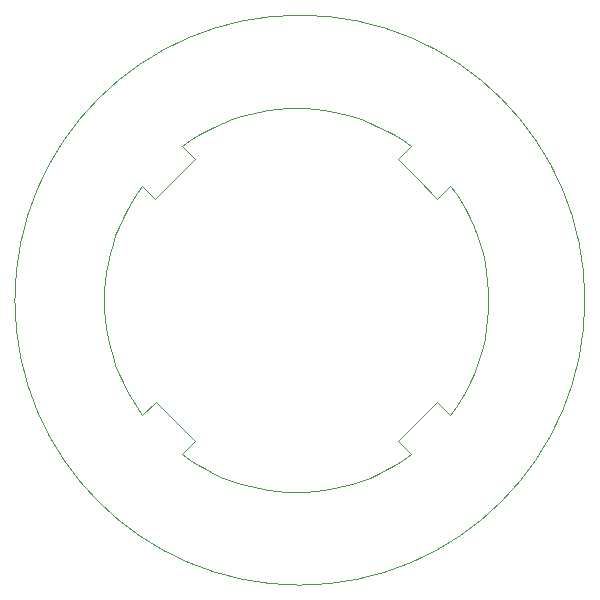
<source format=gbr>
%TF.GenerationSoftware,KiCad,Pcbnew,7.0.10*%
%TF.CreationDate,2024-07-08T17:56:43-07:00*%
%TF.ProjectId,Thermistor Ring,54686572-6d69-4737-946f-722052696e67,rev?*%
%TF.SameCoordinates,Original*%
%TF.FileFunction,Profile,NP*%
%FSLAX46Y46*%
G04 Gerber Fmt 4.6, Leading zero omitted, Abs format (unit mm)*
G04 Created by KiCad (PCBNEW 7.0.10) date 2024-07-08 17:56:43*
%MOMM*%
%LPD*%
G01*
G04 APERTURE LIST*
%TA.AperFunction,Profile*%
%ADD10C,0.100000*%
%TD*%
G04 APERTURE END LIST*
D10*
X58605282Y-54741490D02*
X58546580Y-55537226D01*
X60446549Y-48671629D02*
X60087795Y-49384342D01*
X89802560Y-50113796D02*
X89479213Y-49384344D01*
X77954991Y-40390758D02*
X77168827Y-40254345D01*
X73190090Y-72513130D02*
X73985839Y-72571821D01*
X76376919Y-72513122D02*
X77168830Y-72415451D01*
X77954995Y-72279042D02*
X78733517Y-72104220D01*
X62871743Y-64936377D02*
X61760722Y-66047396D01*
X65099525Y-69392246D02*
X65751882Y-69851680D01*
X60839841Y-64692412D02*
X61266713Y-65366528D01*
X74783510Y-72591399D02*
X75581173Y-72571826D01*
X90727645Y-59506383D02*
X90864054Y-58720221D01*
X70064488Y-71891412D02*
X70833494Y-72104207D01*
X61726152Y-66018885D02*
X61757696Y-66050427D01*
X85049716Y-46081805D02*
X86711414Y-47743515D01*
X86711414Y-47743515D02*
X87822434Y-46632490D01*
X58546580Y-55537226D02*
X58526995Y-56334892D01*
X73985839Y-72571821D02*
X74783510Y-72591399D01*
X64533431Y-66598084D02*
X66195138Y-68259779D01*
X83388011Y-44420108D02*
X84499036Y-43309089D01*
X58526995Y-56334892D02*
X58546579Y-57132570D01*
X90864054Y-58720221D02*
X90961729Y-57928317D01*
X59226998Y-51615878D02*
X59014187Y-52384896D01*
X71612015Y-40390751D02*
X70833501Y-40565576D01*
X59014193Y-60284902D02*
X59227004Y-61053910D01*
X60087791Y-63285439D02*
X60446551Y-63998153D01*
X88300299Y-47303271D02*
X87840852Y-46650906D01*
X58839363Y-59506384D02*
X59014193Y-60284902D01*
X83815137Y-69851679D02*
X84467487Y-69392239D01*
X91020423Y-55537226D02*
X90961725Y-54741475D01*
X65751882Y-69851680D02*
X66425989Y-70278565D01*
X77168827Y-40254345D02*
X76376923Y-40156668D01*
X89120454Y-48671631D02*
X88727178Y-47977388D01*
X59227004Y-61053910D02*
X59477287Y-61811547D01*
X59477287Y-61811547D02*
X59764454Y-62555989D01*
X90961729Y-57928317D02*
X91020427Y-57132557D01*
X84467495Y-43277545D02*
X84499036Y-43309089D01*
X81734061Y-41639187D02*
X81004605Y-41315839D01*
X74783505Y-40078396D02*
X73985842Y-40097973D01*
X70833501Y-40565576D02*
X70064496Y-40778395D01*
X84467495Y-43277545D02*
X83815126Y-42818106D01*
X90552816Y-60284908D02*
X90727645Y-59506383D01*
X91020427Y-57132557D02*
X91040017Y-56334891D01*
X69306854Y-41028676D02*
X68562412Y-41315843D01*
X91040017Y-56334891D02*
X91020423Y-55537226D01*
X80260153Y-71641116D02*
X81004601Y-71353954D01*
X81734049Y-71030599D02*
X82446756Y-70671854D01*
X73190090Y-40156680D02*
X72398185Y-40254338D01*
X59014187Y-52384896D02*
X58839361Y-53163415D01*
X78733520Y-40565578D02*
X77954991Y-40390758D01*
X85049718Y-66587903D02*
X86711403Y-64926199D01*
X58839361Y-53163415D02*
X58702953Y-53949569D01*
X76376923Y-40156668D02*
X75581178Y-40097971D01*
X59764454Y-62555989D02*
X60087791Y-63285439D01*
X73985842Y-40097973D02*
X73190090Y-40156680D01*
X87840855Y-66018884D02*
X87822464Y-66037269D01*
X79502523Y-40778392D02*
X78733520Y-40565578D01*
X68562412Y-41315843D02*
X67832953Y-41639194D01*
X61726156Y-46650905D02*
X61266707Y-47303271D01*
X81004605Y-41315839D02*
X80260159Y-41028680D01*
X90340005Y-51615884D02*
X90089726Y-50858248D01*
X72398185Y-40254338D02*
X71612015Y-40390751D01*
X88727169Y-64692407D02*
X89120462Y-63998155D01*
X67832955Y-71030607D02*
X68562409Y-71353948D01*
X89479213Y-49384344D02*
X89120454Y-48671631D01*
X60446551Y-63998153D02*
X60839841Y-64692412D01*
X69306855Y-71641114D02*
X70064488Y-71891412D01*
X64543615Y-46081809D02*
X62864236Y-47761197D01*
X70064496Y-40778395D02*
X69306854Y-41028676D01*
X59477280Y-50858242D02*
X59226998Y-51615878D01*
X75581173Y-72571826D02*
X76376919Y-72513122D01*
X68562409Y-71353948D02*
X69306855Y-71641114D01*
X66425991Y-42391230D02*
X65751865Y-42818109D01*
X83815126Y-42818106D02*
X83141010Y-42391224D01*
X60839837Y-47977378D02*
X60446549Y-48671629D01*
X90089726Y-61811548D02*
X90340016Y-61053915D01*
X85049715Y-66587900D02*
X83370336Y-68267288D01*
X90864056Y-53949571D02*
X90727643Y-53163409D01*
X67832953Y-41639194D02*
X67120241Y-41997940D01*
X70833494Y-72104207D02*
X71612017Y-72279031D01*
X64543615Y-46081809D02*
X66207288Y-44418141D01*
X90340016Y-61053915D02*
X90552816Y-60284908D01*
X87840855Y-66018884D02*
X88300292Y-65366527D01*
X64533431Y-66598084D02*
X62871743Y-64936377D01*
X67120235Y-70671849D02*
X67832955Y-71030607D01*
X58702955Y-58720220D02*
X58839363Y-59506384D01*
X87840852Y-46650906D02*
X87822434Y-46632490D01*
X75581178Y-40097971D02*
X74783505Y-40078396D01*
X85049716Y-46081805D02*
X83388011Y-44420108D01*
X59764452Y-50113811D02*
X59477280Y-50858242D01*
X86711403Y-64926199D02*
X87822426Y-66037231D01*
X84481361Y-69378300D02*
X84467461Y-69392201D01*
X80260159Y-41028680D02*
X79502523Y-40778392D01*
X89802551Y-62555988D02*
X90089726Y-61811548D01*
X90552823Y-52384892D02*
X90340005Y-51615884D01*
X90727643Y-53163409D02*
X90552823Y-52384892D01*
X61266707Y-47303271D02*
X60839837Y-47977378D01*
X88300292Y-65366527D02*
X88727169Y-64692407D01*
X66205921Y-44420707D02*
X65094307Y-43309085D01*
X83141015Y-70278569D02*
X83815137Y-69851679D01*
X65099525Y-69392246D02*
X65081099Y-69373834D01*
X90961725Y-54741475D02*
X90864056Y-53949571D01*
X60087795Y-49384342D02*
X59764452Y-50113811D01*
X72398179Y-72415443D02*
X73190090Y-72513130D01*
X88727178Y-47977388D02*
X88300299Y-47303271D01*
X67120241Y-41997940D02*
X66425991Y-42391230D01*
X79502516Y-71891403D02*
X80260153Y-71641116D01*
X82446762Y-41997934D02*
X81734061Y-41639187D01*
X62864236Y-47761197D02*
X61753211Y-46650171D01*
X83370336Y-68267288D02*
X84481361Y-69378300D01*
X65751865Y-42818109D02*
X65099514Y-43277552D01*
X61726156Y-46650905D02*
X61753955Y-46650910D01*
X77168830Y-72415451D02*
X77954995Y-72279042D01*
X71612017Y-72279031D02*
X72398179Y-72415443D01*
X90089726Y-50858248D02*
X89802560Y-50113796D01*
X83141010Y-42391224D02*
X82446762Y-41997934D01*
X82446756Y-70671854D02*
X83141015Y-70278569D01*
X89120462Y-63998155D02*
X89479217Y-63285450D01*
X58605280Y-57928315D02*
X58702955Y-58720220D01*
X58546579Y-57132570D02*
X58605280Y-57928315D01*
X66195138Y-68259779D02*
X65084122Y-69370800D01*
X65099514Y-43277552D02*
X65099516Y-43314300D01*
X81004601Y-71353954D02*
X81734049Y-71030599D01*
X89479217Y-63285450D02*
X89802551Y-62555988D01*
X61266713Y-65366528D02*
X61726152Y-66018885D01*
X58702953Y-53949569D02*
X58605282Y-54741490D01*
X78733517Y-72104220D02*
X79502516Y-71891403D01*
X66425989Y-70278565D02*
X67120235Y-70671849D01*
X99219519Y-56334891D02*
G75*
G03*
X50959499Y-56334891I-24130010J0D01*
G01*
X50959499Y-56334891D02*
G75*
G03*
X99219519Y-56334891I24130010J0D01*
G01*
M02*

</source>
